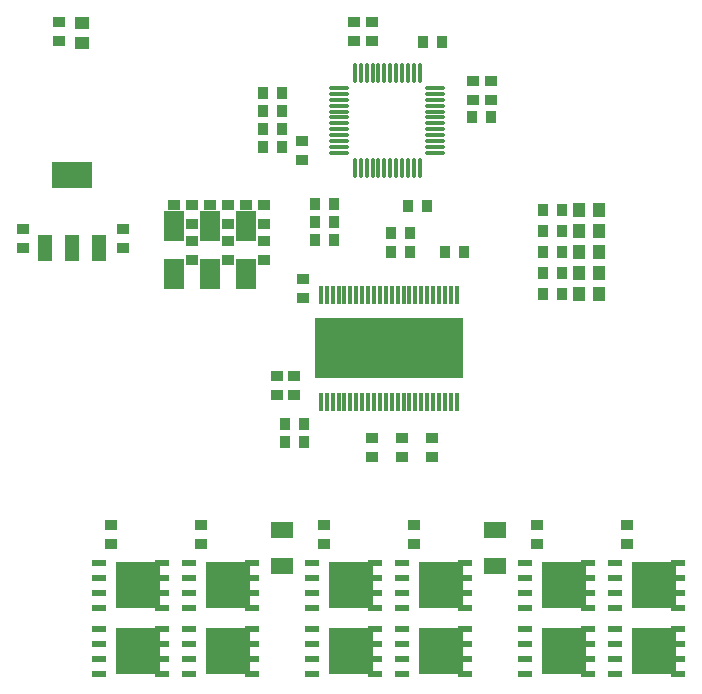
<source format=gtp>
G04*
G04 #@! TF.GenerationSoftware,Altium Limited,Altium Designer,18.1.9 (240)*
G04*
G04 Layer_Color=8421504*
%FSLAX25Y25*%
%MOIN*%
G70*
G01*
G75*
%ADD16R,0.04724X0.04331*%
%ADD17R,0.03937X0.03543*%
%ADD18R,0.04724X0.08661*%
%ADD19R,0.13780X0.08661*%
%ADD20R,0.06693X0.09843*%
%ADD21R,0.49213X0.20079*%
%ADD22R,0.01181X0.06102*%
%ADD23R,0.03543X0.03937*%
%ADD24R,0.07480X0.05315*%
%ADD25O,0.01181X0.07087*%
%ADD26O,0.07087X0.01181*%
%ADD27R,0.05000X0.02402*%
%ADD28R,0.14764X0.15394*%
%ADD29R,0.04331X0.04724*%
D16*
X163583Y350787D02*
D03*
Y344094D02*
D03*
D17*
X155905Y350984D02*
D03*
Y344685D02*
D03*
X177165Y281890D02*
D03*
Y275590D02*
D03*
X143701D02*
D03*
Y281890D02*
D03*
X173250Y183400D02*
D03*
Y177100D02*
D03*
X203250Y183400D02*
D03*
Y177100D02*
D03*
X244250Y183400D02*
D03*
Y177100D02*
D03*
X274250Y183400D02*
D03*
Y177100D02*
D03*
X315250Y183400D02*
D03*
Y177100D02*
D03*
X345250Y183250D02*
D03*
Y176951D02*
D03*
X237000Y265400D02*
D03*
Y259100D02*
D03*
X228500Y226850D02*
D03*
Y233150D02*
D03*
X234250Y226850D02*
D03*
Y233150D02*
D03*
X218000Y290150D02*
D03*
Y283850D02*
D03*
X224000Y271850D02*
D03*
Y278150D02*
D03*
Y283850D02*
D03*
Y290150D02*
D03*
X212000Y271850D02*
D03*
Y278150D02*
D03*
Y283850D02*
D03*
Y290150D02*
D03*
X206000Y290150D02*
D03*
Y283850D02*
D03*
X200000Y283850D02*
D03*
Y290150D02*
D03*
Y271850D02*
D03*
Y278150D02*
D03*
X194000Y290150D02*
D03*
Y283850D02*
D03*
X299750Y325100D02*
D03*
Y331400D02*
D03*
X293750Y325100D02*
D03*
Y331400D02*
D03*
X236750Y311400D02*
D03*
Y305100D02*
D03*
X260250Y350900D02*
D03*
Y344600D02*
D03*
X254250Y350900D02*
D03*
Y344600D02*
D03*
X260250Y212400D02*
D03*
Y206100D02*
D03*
X270250Y212400D02*
D03*
Y206100D02*
D03*
X280250Y212400D02*
D03*
Y206100D02*
D03*
D18*
X169291Y275590D02*
D03*
X160236D02*
D03*
X151181D02*
D03*
D19*
X160236Y300000D02*
D03*
D20*
X218000Y267126D02*
D03*
Y282874D02*
D03*
X206000Y267126D02*
D03*
Y282874D02*
D03*
X194000Y267126D02*
D03*
Y282874D02*
D03*
D21*
X265750Y242250D02*
D03*
D22*
X288388Y224435D02*
D03*
X286419D02*
D03*
X284451D02*
D03*
X282482D02*
D03*
X280514D02*
D03*
X278545D02*
D03*
X276577D02*
D03*
X274608D02*
D03*
X272640D02*
D03*
X270671D02*
D03*
X268703D02*
D03*
X266734D02*
D03*
X264766D02*
D03*
X262797D02*
D03*
X260829D02*
D03*
X258860D02*
D03*
X256892D02*
D03*
X254923D02*
D03*
X252955D02*
D03*
X250986D02*
D03*
X249018D02*
D03*
X247049D02*
D03*
X245081D02*
D03*
X243112D02*
D03*
Y260065D02*
D03*
X245081D02*
D03*
X247049D02*
D03*
X249018D02*
D03*
X250986D02*
D03*
X252955D02*
D03*
X254923D02*
D03*
X256892D02*
D03*
X258860D02*
D03*
X260829D02*
D03*
X262797D02*
D03*
X264766D02*
D03*
X266734D02*
D03*
X268703D02*
D03*
X270671D02*
D03*
X272640D02*
D03*
X274608D02*
D03*
X276577D02*
D03*
X278545D02*
D03*
X280514D02*
D03*
X282482D02*
D03*
X284451D02*
D03*
X286419D02*
D03*
X288388D02*
D03*
D23*
X272100Y289750D02*
D03*
X278400D02*
D03*
X293600Y319250D02*
D03*
X299900D02*
D03*
X241100Y290250D02*
D03*
X247400D02*
D03*
X247400Y284250D02*
D03*
X241100D02*
D03*
X230150Y327250D02*
D03*
X223850D02*
D03*
X230150Y309250D02*
D03*
X223850D02*
D03*
X230150Y321250D02*
D03*
X223850D02*
D03*
X230150Y315250D02*
D03*
X223850D02*
D03*
X237400Y217000D02*
D03*
X231100D02*
D03*
X283400Y344250D02*
D03*
X277100D02*
D03*
X266600Y280750D02*
D03*
X272900D02*
D03*
X241100Y278250D02*
D03*
X247400D02*
D03*
X266600Y274250D02*
D03*
X272900D02*
D03*
X237400Y211000D02*
D03*
X231100D02*
D03*
X323417Y267461D02*
D03*
X317118D02*
D03*
X323417Y260461D02*
D03*
X317118D02*
D03*
X323417Y288500D02*
D03*
X317118D02*
D03*
X323417Y281500D02*
D03*
X317118D02*
D03*
X323417Y274500D02*
D03*
X317118D02*
D03*
X284600Y274250D02*
D03*
X290900D02*
D03*
D24*
X230250Y181852D02*
D03*
Y169648D02*
D03*
X301000Y181852D02*
D03*
Y169648D02*
D03*
D25*
X276077Y334195D02*
D03*
X274108D02*
D03*
X272140D02*
D03*
X270171D02*
D03*
X268203D02*
D03*
X266234D02*
D03*
X264266D02*
D03*
X262297D02*
D03*
X260329D02*
D03*
X258360D02*
D03*
X256392D02*
D03*
X254423D02*
D03*
Y302305D02*
D03*
X256392D02*
D03*
X258360D02*
D03*
X260329D02*
D03*
X262297D02*
D03*
X264266D02*
D03*
X266234D02*
D03*
X268203D02*
D03*
X270171D02*
D03*
X272140D02*
D03*
X274108D02*
D03*
X276077D02*
D03*
D26*
X249305Y329077D02*
D03*
Y327108D02*
D03*
Y325140D02*
D03*
Y323171D02*
D03*
Y321203D02*
D03*
Y319234D02*
D03*
Y317266D02*
D03*
Y315297D02*
D03*
Y313329D02*
D03*
Y311360D02*
D03*
Y309392D02*
D03*
Y307423D02*
D03*
X281195D02*
D03*
Y309392D02*
D03*
Y311360D02*
D03*
Y313329D02*
D03*
Y315297D02*
D03*
Y317266D02*
D03*
Y319234D02*
D03*
Y321203D02*
D03*
Y323171D02*
D03*
Y325140D02*
D03*
Y327108D02*
D03*
Y329077D02*
D03*
D27*
X199140Y170750D02*
D03*
Y165750D02*
D03*
Y160750D02*
D03*
Y155750D02*
D03*
X220163D02*
D03*
Y160750D02*
D03*
Y165750D02*
D03*
Y170750D02*
D03*
X169140D02*
D03*
Y165750D02*
D03*
Y160750D02*
D03*
Y155750D02*
D03*
X190163D02*
D03*
Y160750D02*
D03*
Y165750D02*
D03*
Y170750D02*
D03*
X240140D02*
D03*
Y165750D02*
D03*
Y160750D02*
D03*
Y155750D02*
D03*
X261163D02*
D03*
Y160750D02*
D03*
Y165750D02*
D03*
Y170750D02*
D03*
X270140D02*
D03*
Y165750D02*
D03*
Y160750D02*
D03*
Y155750D02*
D03*
X291163D02*
D03*
Y160750D02*
D03*
Y165750D02*
D03*
Y170750D02*
D03*
X311140D02*
D03*
Y165750D02*
D03*
Y160750D02*
D03*
Y155750D02*
D03*
X332163D02*
D03*
Y160750D02*
D03*
Y165750D02*
D03*
Y170750D02*
D03*
X341140D02*
D03*
Y165750D02*
D03*
Y160750D02*
D03*
Y155750D02*
D03*
X362163D02*
D03*
Y160750D02*
D03*
Y165750D02*
D03*
Y170750D02*
D03*
X341140Y148750D02*
D03*
Y143750D02*
D03*
Y138750D02*
D03*
Y133750D02*
D03*
X362163D02*
D03*
Y138750D02*
D03*
Y143750D02*
D03*
Y148750D02*
D03*
X311140D02*
D03*
Y143750D02*
D03*
Y138750D02*
D03*
Y133750D02*
D03*
X332163D02*
D03*
Y138750D02*
D03*
Y143750D02*
D03*
Y148750D02*
D03*
X270140D02*
D03*
Y143750D02*
D03*
Y138750D02*
D03*
Y133750D02*
D03*
X291163D02*
D03*
Y138750D02*
D03*
Y143750D02*
D03*
Y148750D02*
D03*
X240140D02*
D03*
Y143750D02*
D03*
Y138750D02*
D03*
Y133750D02*
D03*
X261163D02*
D03*
Y138750D02*
D03*
Y143750D02*
D03*
Y148750D02*
D03*
X199140D02*
D03*
Y143750D02*
D03*
Y138750D02*
D03*
Y133750D02*
D03*
X220163D02*
D03*
Y138750D02*
D03*
Y143750D02*
D03*
Y148750D02*
D03*
X169140D02*
D03*
Y143750D02*
D03*
Y138750D02*
D03*
Y133750D02*
D03*
X190163D02*
D03*
Y138750D02*
D03*
Y143750D02*
D03*
Y148750D02*
D03*
D28*
X212250Y163250D02*
D03*
X182250D02*
D03*
X253250D02*
D03*
X283250D02*
D03*
X324250D02*
D03*
X354250D02*
D03*
Y141250D02*
D03*
X324250D02*
D03*
X283250D02*
D03*
X253250D02*
D03*
X212250D02*
D03*
X182250D02*
D03*
D29*
X335964Y274500D02*
D03*
X329271D02*
D03*
X335964Y281500D02*
D03*
X329271D02*
D03*
X335964Y288500D02*
D03*
X329271D02*
D03*
X335964Y260461D02*
D03*
X329271D02*
D03*
X335964Y267461D02*
D03*
X329271D02*
D03*
M02*

</source>
